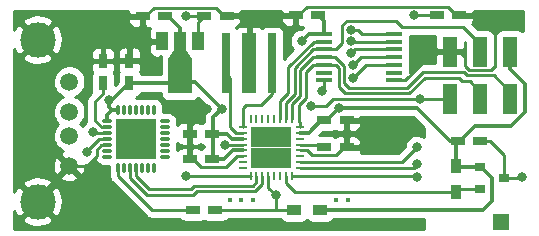
<source format=gbl>
G04 #@! TF.GenerationSoftware,KiCad,Pcbnew,no-vcs-found-44b118f~58~ubuntu16.04.1*
G04 #@! TF.CreationDate,2017-06-12T15:04:32+03:00*
G04 #@! TF.ProjectId,serial_gw_ATMEGA328P,73657269616C5F67775F41544D454741,rev?*
G04 #@! TF.FileFunction,Copper,L2,Bot,Signal*
G04 #@! TF.FilePolarity,Positive*
%FSLAX46Y46*%
G04 Gerber Fmt 4.6, Leading zero omitted, Abs format (unit mm)*
G04 Created by KiCad (PCBNEW no-vcs-found-44b118f~58~ubuntu16.04.1) date Mon Jun 12 15:04:32 2017*
%MOMM*%
%LPD*%
G01*
G04 APERTURE LIST*
%ADD10C,0.100000*%
%ADD11C,1.501140*%
%ADD12C,2.999740*%
%ADD13R,1.350000X1.350000*%
%ADD14R,0.800000X5.100000*%
%ADD15R,1.300000X5.100000*%
%ADD16R,1.200000X0.750000*%
%ADD17R,0.750000X1.200000*%
%ADD18R,1.270000X2.500000*%
%ADD19R,1.725000X1.725000*%
%ADD20R,0.250000X0.700000*%
%ADD21R,0.700000X0.250000*%
%ADD22R,1.200000X0.900000*%
%ADD23R,1.450000X0.450000*%
%ADD24C,0.749300*%
%ADD25R,1.998980X2.999740*%
%ADD26R,1.000760X1.501140*%
%ADD27R,1.675000X1.675000*%
%ADD28O,0.300000X0.850000*%
%ADD29O,0.850000X0.300000*%
%ADD30R,0.900000X1.200000*%
%ADD31R,0.900000X0.800000*%
%ADD32C,0.400000*%
%ADD33C,0.800000*%
%ADD34C,0.250000*%
%ADD35C,0.300000*%
%ADD36C,0.254000*%
G04 APERTURE END LIST*
D10*
D11*
X76207000Y-87422000D03*
X76207000Y-84882000D03*
X76207000Y-82850000D03*
X76207000Y-80310000D03*
D12*
X73540000Y-90470000D03*
X73540000Y-76754000D03*
D13*
X112776000Y-92202000D03*
D14*
X89490000Y-78740000D03*
D15*
X91440000Y-78740000D03*
D14*
X93390000Y-78740000D03*
D16*
X97282000Y-74676000D03*
X95382000Y-74676000D03*
X99690000Y-83566000D03*
X97790000Y-83566000D03*
X88326000Y-84728000D03*
X86426000Y-84728000D03*
X86426000Y-86868000D03*
X88326000Y-86868000D03*
X97790000Y-85852000D03*
X99690000Y-85852000D03*
X86680000Y-91186000D03*
X88580000Y-91186000D03*
X84328000Y-74760000D03*
X82428000Y-74760000D03*
X107320000Y-74676000D03*
X109220000Y-74676000D03*
D17*
X81310000Y-78550000D03*
X81310000Y-80450000D03*
D16*
X89530000Y-74730000D03*
X87630000Y-74730000D03*
D17*
X79070000Y-78560000D03*
X79070000Y-80460000D03*
D18*
X113498000Y-81756000D03*
X110998000Y-81756000D03*
X108458000Y-81756000D03*
X108458000Y-77756000D03*
X110998000Y-77756000D03*
X113538000Y-77756000D03*
D19*
X92456000Y-86740500D03*
X92456000Y-85015500D03*
X94181000Y-86740500D03*
X94181000Y-85015500D03*
D20*
X91568500Y-88278000D03*
X92068500Y-88278000D03*
X92568500Y-88278000D03*
X93068500Y-88278000D03*
X93568500Y-88278000D03*
X94068500Y-88278000D03*
X94568500Y-88278000D03*
X95068500Y-88278000D03*
D21*
X95718500Y-87628000D03*
X95718500Y-87128000D03*
X95718500Y-86628000D03*
X95718500Y-86128000D03*
X95718500Y-85628000D03*
X95718500Y-85128000D03*
X95718500Y-84628000D03*
X95718500Y-84128000D03*
D20*
X95068500Y-83478000D03*
X94568500Y-83478000D03*
X94068500Y-83478000D03*
X93568500Y-83478000D03*
X93068500Y-83478000D03*
X92568500Y-83478000D03*
X92068500Y-83478000D03*
X91568500Y-83478000D03*
D21*
X90918500Y-84128000D03*
X90918500Y-84628000D03*
X90918500Y-85128000D03*
X90918500Y-85628000D03*
X90918500Y-86128000D03*
X90918500Y-86628000D03*
X90918500Y-87128000D03*
X90918500Y-87628000D03*
D22*
X95250000Y-91186000D03*
X97450000Y-91186000D03*
D23*
X97790000Y-76282000D03*
X97790000Y-76932000D03*
X97790000Y-77582000D03*
X97790000Y-78232000D03*
X97790000Y-78882000D03*
X97790000Y-79532000D03*
X97790000Y-80182000D03*
X103690000Y-80182000D03*
X103690000Y-79532000D03*
X103690000Y-78882000D03*
X103690000Y-78232000D03*
X103690000Y-77582000D03*
X103690000Y-76932000D03*
X103690000Y-76282000D03*
D24*
X85598000Y-77990700D03*
D10*
G36*
X86098380Y-77616050D02*
X86598760Y-78365350D01*
X84597240Y-78365350D01*
X85097620Y-77616050D01*
X86098380Y-77616050D01*
X86098380Y-77616050D01*
G37*
D25*
X85598000Y-79839820D03*
D26*
X87099140Y-76888340D03*
X85598000Y-76888340D03*
X84096860Y-76888340D03*
D27*
X81026000Y-86003000D03*
X81026000Y-84328000D03*
X82701000Y-86003000D03*
X82701000Y-84328000D03*
D28*
X80363500Y-87615500D03*
X80863500Y-87615500D03*
X81363500Y-87615500D03*
X81863500Y-87615500D03*
X82363500Y-87615500D03*
X82863500Y-87615500D03*
X83363500Y-87615500D03*
D29*
X84313500Y-86665500D03*
X84313500Y-86165500D03*
X84313500Y-85665500D03*
X84313500Y-85165500D03*
X84313500Y-84665500D03*
X84313500Y-84165500D03*
X84313500Y-83665500D03*
D28*
X83363500Y-82715500D03*
X82863500Y-82715500D03*
X82363500Y-82715500D03*
X81863500Y-82715500D03*
X81363500Y-82715500D03*
X80863500Y-82715500D03*
X80363500Y-82715500D03*
D29*
X79413500Y-83665500D03*
X79413500Y-84165500D03*
X79413500Y-84665500D03*
X79413500Y-85165500D03*
X79413500Y-85665500D03*
X79413500Y-86165500D03*
X79413500Y-86665500D03*
D16*
X110998000Y-85344000D03*
X109098000Y-85344000D03*
D30*
X108966000Y-87462000D03*
X108966000Y-89662000D03*
D31*
X112998000Y-88458000D03*
X110998000Y-87508000D03*
X110998000Y-89408000D03*
D32*
X75790999Y-75315476D03*
X76790999Y-75315476D03*
X77790999Y-75315476D03*
X78790999Y-75315476D03*
X79790999Y-75315476D03*
X80790999Y-75315476D03*
X113790999Y-75315476D03*
X76790999Y-76315476D03*
X77790999Y-76315476D03*
X78790999Y-76315476D03*
X79790999Y-76315476D03*
X80790999Y-76315476D03*
X76790999Y-77315476D03*
X72790999Y-79315476D03*
X74790999Y-79315476D03*
X72790999Y-80315476D03*
X73790999Y-80315476D03*
X74790999Y-80315476D03*
X72790999Y-81315476D03*
X73790999Y-81315476D03*
X74790999Y-81315476D03*
X72790999Y-82315476D03*
X73790999Y-82315476D03*
X74790999Y-82315476D03*
X72790999Y-83315476D03*
X73790999Y-83315476D03*
X74790999Y-83315476D03*
X72790999Y-84315476D03*
X73790999Y-84315476D03*
X74790999Y-84315476D03*
X72790999Y-85315476D03*
X73790999Y-85315476D03*
X74790999Y-85315476D03*
X72790999Y-86315476D03*
X73790999Y-86315476D03*
X74790999Y-86315476D03*
X72790999Y-87315476D03*
X73790999Y-87315476D03*
X74790999Y-87315476D03*
X72790999Y-88315476D03*
X73790999Y-88315476D03*
X75790999Y-89315476D03*
X89790999Y-90315476D03*
X90790999Y-90315476D03*
X91790999Y-90315476D03*
X98790999Y-90315476D03*
X99790999Y-90315476D03*
X75790999Y-92315476D03*
X76790999Y-92315476D03*
X77790999Y-92315476D03*
X80790999Y-92315476D03*
X81790999Y-92315476D03*
X82790999Y-92315476D03*
X83790999Y-92315476D03*
X84790999Y-92315476D03*
X85790999Y-92315476D03*
X86790999Y-92315476D03*
X87790999Y-92315476D03*
X88790999Y-92315476D03*
X89790999Y-92315476D03*
X90790999Y-92315476D03*
X91790999Y-92315476D03*
X92790999Y-92315476D03*
X93790999Y-92315476D03*
X94790999Y-92315476D03*
X95790999Y-92315476D03*
X96790999Y-92315476D03*
X97790999Y-92315476D03*
X98790999Y-92315476D03*
X99790999Y-92315476D03*
X100790999Y-92315476D03*
X101790999Y-92315476D03*
X102790999Y-92315476D03*
X103790999Y-92315476D03*
X104790999Y-92315476D03*
X105790999Y-92315476D03*
D33*
X89442189Y-85697136D03*
X87875000Y-82650000D03*
X114554000Y-88392000D03*
X100838000Y-84836000D03*
X79600000Y-81900000D03*
X89127626Y-82603499D03*
X99060000Y-82513010D03*
X95930001Y-76861151D03*
X96700022Y-82400000D03*
X105918006Y-81788000D03*
X93726000Y-89916000D03*
X97655635Y-81087092D03*
X100064291Y-75897378D03*
X105410000Y-74701009D03*
X86101340Y-74755009D03*
X105664002Y-85852000D03*
X105700000Y-87300000D03*
X105664000Y-88392000D03*
X100095976Y-76896888D03*
X100235021Y-79964283D03*
X100226992Y-78883000D03*
X100063857Y-77896384D03*
X86075000Y-88275000D03*
X77700000Y-86300000D03*
X78225010Y-84595778D03*
D34*
X77739168Y-87422000D02*
X76207000Y-87422000D01*
X78576133Y-86056103D02*
X78576133Y-86585035D01*
X79413500Y-85665500D02*
X79388510Y-85690490D01*
X78941745Y-85690490D02*
X78576133Y-86056103D01*
X78576133Y-86585035D02*
X77739168Y-87422000D01*
X79388510Y-85690490D02*
X78941745Y-85690490D01*
X89503765Y-87568001D02*
X87351001Y-87568001D01*
X89511325Y-85628000D02*
X89442189Y-85697136D01*
X90918500Y-85628000D02*
X89511325Y-85628000D01*
X86651000Y-86868000D02*
X86426000Y-86868000D01*
X87351001Y-87568001D02*
X86651000Y-86868000D01*
X90443766Y-86628000D02*
X89503765Y-87568001D01*
X90918500Y-86628000D02*
X90443766Y-86628000D01*
X86426000Y-84099000D02*
X87875000Y-82650000D01*
X86426000Y-84728000D02*
X86426000Y-84099000D01*
X73540000Y-90470000D02*
X73540000Y-90036000D01*
X73540000Y-90036000D02*
X76154000Y-87422000D01*
X76154000Y-87422000D02*
X76207000Y-87422000D01*
X95382000Y-74676000D02*
X91440000Y-74676000D01*
X91440000Y-74676000D02*
X89584000Y-74676000D01*
X91440000Y-78740000D02*
X91440000Y-74676000D01*
X108458000Y-77756000D02*
X109252000Y-77756000D01*
X109252000Y-77756000D02*
X109728000Y-78232000D01*
X109728000Y-78232000D02*
X109728000Y-78956002D01*
X112268000Y-76200000D02*
X110744000Y-74676000D01*
X109728000Y-78956002D02*
X110102999Y-79331001D01*
X110102999Y-79331001D02*
X111893001Y-79331001D01*
X112268000Y-78956002D02*
X112268000Y-76200000D01*
X111893001Y-79331001D02*
X112268000Y-78956002D01*
X110744000Y-74676000D02*
X109220000Y-74676000D01*
X82746660Y-76888340D02*
X81607660Y-76888340D01*
X81607660Y-76888340D02*
X81310000Y-77186000D01*
X81310000Y-77186000D02*
X81310000Y-78550000D01*
X89490000Y-74770000D02*
X89530000Y-74730000D01*
X112998000Y-88458000D02*
X114488000Y-88458000D01*
X114488000Y-88458000D02*
X114554000Y-88392000D01*
X109220000Y-74676000D02*
X108995000Y-74676000D01*
X108995000Y-74676000D02*
X108294999Y-73975999D01*
X108294999Y-73975999D02*
X96307001Y-73975999D01*
X96307001Y-73975999D02*
X95607000Y-74676000D01*
X95607000Y-74676000D02*
X95382000Y-74676000D01*
X99690000Y-84836000D02*
X99690000Y-85852000D01*
X99690000Y-83566000D02*
X99690000Y-84836000D01*
X99690000Y-84836000D02*
X100838000Y-84836000D01*
X89305000Y-74730000D02*
X88604999Y-74029999D01*
X83383001Y-74029999D02*
X82653000Y-74760000D01*
X89530000Y-74730000D02*
X89305000Y-74730000D01*
X88604999Y-74029999D02*
X83383001Y-74029999D01*
X82653000Y-74760000D02*
X82428000Y-74760000D01*
X95718500Y-86128000D02*
X96318500Y-86128000D01*
X96318500Y-86128000D02*
X96742501Y-86552001D01*
X96742501Y-86552001D02*
X98764999Y-86552001D01*
X98764999Y-86552001D02*
X99465000Y-85852000D01*
X99465000Y-85852000D02*
X99690000Y-85852000D01*
X89584000Y-74676000D02*
X89530000Y-74730000D01*
X79070000Y-78560000D02*
X75346000Y-78560000D01*
X75346000Y-78560000D02*
X73540000Y-76754000D01*
X82428000Y-74760000D02*
X82428000Y-75385000D01*
X82428000Y-75385000D02*
X82746660Y-75703660D01*
X82746660Y-75703660D02*
X82746660Y-76888340D01*
X81310000Y-78550000D02*
X79080000Y-78550000D01*
X79080000Y-78550000D02*
X79070000Y-78560000D01*
X84096860Y-76888340D02*
X82746660Y-76888340D01*
X103690000Y-80182000D02*
X104665000Y-80182000D01*
X104665000Y-80182000D02*
X107091000Y-77756000D01*
X107091000Y-77756000D02*
X108458000Y-77756000D01*
X86426000Y-84728000D02*
X86426000Y-86868000D01*
X110998000Y-85344000D02*
X111848000Y-85344000D01*
X111848000Y-85344000D02*
X112998000Y-86494000D01*
X112998000Y-86494000D02*
X112998000Y-88458000D01*
D35*
X79600000Y-81900000D02*
X79860000Y-81900000D01*
X79860000Y-81900000D02*
X81310000Y-80450000D01*
X89998556Y-85128000D02*
X89598556Y-84728000D01*
X89598556Y-84728000D02*
X88326000Y-84728000D01*
X90072000Y-86128000D02*
X89332000Y-86868000D01*
X90918500Y-86128000D02*
X90072000Y-86128000D01*
X90918500Y-85128000D02*
X89998556Y-85128000D01*
X89332000Y-86868000D02*
X88326000Y-86868000D01*
X79600000Y-81900000D02*
X79600000Y-82465685D01*
X79600000Y-82465685D02*
X79844500Y-82710185D01*
X79844500Y-82710185D02*
X79844500Y-82715500D01*
X88326000Y-86868000D02*
X88375000Y-86819000D01*
X88375000Y-86819000D02*
X88375000Y-84777000D01*
X88375000Y-84777000D02*
X88326000Y-84728000D01*
X88326000Y-84728000D02*
X88551000Y-84728000D01*
X88551000Y-84728000D02*
X88425000Y-84602000D01*
X88425000Y-84602000D02*
X88425000Y-83306125D01*
X88425000Y-83306125D02*
X89127626Y-82603499D01*
X86864327Y-80340200D02*
X89127626Y-82603499D01*
X85598000Y-80340200D02*
X86864327Y-80340200D01*
X109098000Y-85344000D02*
X108458000Y-85344000D01*
X108458000Y-85344000D02*
X105627010Y-82513010D01*
X105627010Y-82513010D02*
X99060000Y-82513010D01*
X99060000Y-82521000D02*
X99060000Y-82513010D01*
X97790000Y-83566000D02*
X98015000Y-83566000D01*
X98015000Y-83566000D02*
X99060000Y-82521000D01*
X97790000Y-76282000D02*
X96509152Y-76282000D01*
X96509152Y-76282000D02*
X95930001Y-76861151D01*
X97450000Y-91186000D02*
X111252000Y-91186000D01*
X111252000Y-91186000D02*
X112014000Y-90424000D01*
X112014000Y-90424000D02*
X112014000Y-88474000D01*
X112014000Y-88474000D02*
X111048000Y-87508000D01*
X111048000Y-87508000D02*
X110998000Y-87508000D01*
X85598000Y-80340200D02*
X85598000Y-79839820D01*
X85731202Y-80340200D02*
X85598000Y-80340200D01*
X85598000Y-76888340D02*
X85598000Y-77990700D01*
X81310000Y-80450000D02*
X84987820Y-80450000D01*
X84987820Y-80450000D02*
X85598000Y-79839820D01*
X85598000Y-76888340D02*
X85598000Y-77138530D01*
X85598000Y-77138530D02*
X85598000Y-79839820D01*
X85598000Y-76888340D02*
X85598000Y-75805000D01*
X85598000Y-75805000D02*
X84553000Y-74760000D01*
X84553000Y-74760000D02*
X84328000Y-74760000D01*
X113538000Y-77756000D02*
X113538000Y-79256000D01*
X113538000Y-79256000D02*
X114808000Y-80526000D01*
X114808000Y-80526000D02*
X114808000Y-82916002D01*
X114808000Y-82916002D02*
X113650002Y-84074000D01*
X113650002Y-84074000D02*
X110593000Y-84074000D01*
X110593000Y-84074000D02*
X109323000Y-85344000D01*
X109323000Y-85344000D02*
X109098000Y-85344000D01*
X108966000Y-87462000D02*
X108966000Y-85476000D01*
X108966000Y-85476000D02*
X109098000Y-85344000D01*
X110998000Y-87508000D02*
X109012000Y-87508000D01*
X109012000Y-87508000D02*
X108966000Y-87462000D01*
X79844500Y-82715500D02*
X79413500Y-83146500D01*
X79413500Y-83146500D02*
X79413500Y-83665500D01*
X80363500Y-82715500D02*
X79844500Y-82715500D01*
X84724230Y-74760000D02*
X84328000Y-74760000D01*
X97790000Y-83566000D02*
X97565000Y-83566000D01*
X97565000Y-83566000D02*
X96503000Y-84628000D01*
X96503000Y-84628000D02*
X95718500Y-84628000D01*
X97790000Y-76282000D02*
X97790000Y-75184000D01*
X97790000Y-75184000D02*
X97282000Y-74676000D01*
D34*
X97790000Y-85852000D02*
X97566000Y-85628000D01*
X97566000Y-85628000D02*
X95718500Y-85628000D01*
X97940000Y-82400000D02*
X96700022Y-82400000D01*
X105918006Y-81788000D02*
X98552000Y-81788000D01*
X98552000Y-81788000D02*
X97940000Y-82400000D01*
X92456000Y-91186000D02*
X93726000Y-91186000D01*
X93726000Y-91186000D02*
X93726000Y-89916000D01*
X93068500Y-88278000D02*
X93068500Y-89268500D01*
X93068500Y-89268500D02*
X93716000Y-89916000D01*
X93716000Y-89916000D02*
X93726000Y-89916000D01*
X95250000Y-91186000D02*
X92456000Y-91186000D01*
X88580000Y-91186000D02*
X92456000Y-91186000D01*
X108458000Y-81756000D02*
X105950006Y-81756000D01*
X105950006Y-81756000D02*
X105918006Y-81788000D01*
X86680000Y-91186000D02*
X83259000Y-91186000D01*
X83259000Y-91186000D02*
X80363500Y-88290500D01*
X80363500Y-88290500D02*
X80363500Y-87615500D01*
X97790000Y-80182000D02*
X97790000Y-80952727D01*
X97790000Y-80952727D02*
X97655635Y-81087092D01*
X100629976Y-75897378D02*
X100064291Y-75897378D01*
X101014598Y-76282000D02*
X100629976Y-75897378D01*
X103690000Y-76282000D02*
X101014598Y-76282000D01*
X87099140Y-76888340D02*
X87099140Y-75260860D01*
X87099140Y-75260860D02*
X87630000Y-74730000D01*
X107320000Y-74676000D02*
X105435009Y-74676000D01*
X105435009Y-74676000D02*
X105410000Y-74701009D01*
X87630000Y-74730000D02*
X86126349Y-74730000D01*
X86126349Y-74730000D02*
X86101340Y-74755009D01*
X79413500Y-84165500D02*
X78966735Y-84165500D01*
X79070000Y-81310000D02*
X79070000Y-80460000D01*
X78400000Y-83598765D02*
X78400000Y-81980000D01*
X78966735Y-84165500D02*
X78400000Y-83598765D01*
X78400000Y-81980000D02*
X79070000Y-81310000D01*
X95792023Y-81498564D02*
X95068500Y-82222087D01*
X95792023Y-79316366D02*
X95792023Y-81498564D01*
X95068500Y-82222087D02*
X95068500Y-83478000D01*
X97790000Y-78232000D02*
X96876389Y-78232000D01*
X96876389Y-78232000D02*
X95792023Y-79316366D01*
X104818022Y-80855978D02*
X106172000Y-79502000D01*
X112138012Y-79781012D02*
X113498000Y-81141000D01*
X98751411Y-78232000D02*
X99510011Y-78990600D01*
X109916599Y-79781012D02*
X112138012Y-79781012D01*
X106172000Y-79502000D02*
X109637587Y-79502000D01*
X99905978Y-80855978D02*
X104818022Y-80855978D01*
X99510011Y-80460011D02*
X99905978Y-80855978D01*
X99510011Y-78990600D02*
X99510011Y-80460011D01*
X97790000Y-78232000D02*
X98751411Y-78232000D01*
X109637587Y-79502000D02*
X109916599Y-79781012D01*
X113498000Y-81141000D02*
X113498000Y-81756000D01*
X96242034Y-79502766D02*
X96242034Y-81684964D01*
X95674999Y-82251999D02*
X95674999Y-83709499D01*
X95718500Y-83753000D02*
X95718500Y-84128000D01*
X95674999Y-83709499D02*
X95718500Y-83753000D01*
X97790000Y-78882000D02*
X96862800Y-78882000D01*
X96862800Y-78882000D02*
X96242034Y-79502766D01*
X96242034Y-81684964D02*
X95674999Y-82251999D01*
X99060000Y-79177000D02*
X99060000Y-80772000D01*
X109498000Y-80256000D02*
X110113000Y-80256000D01*
X98765000Y-78882000D02*
X99060000Y-79177000D01*
X106300411Y-80010000D02*
X109252000Y-80010000D01*
X97790000Y-78882000D02*
X98765000Y-78882000D01*
X99060000Y-80772000D02*
X99593989Y-81305989D01*
X99593989Y-81305989D02*
X105004422Y-81305989D01*
X105004422Y-81305989D02*
X106300411Y-80010000D01*
X109252000Y-80010000D02*
X109498000Y-80256000D01*
X110113000Y-80256000D02*
X110998000Y-81141000D01*
X110998000Y-81141000D02*
X110998000Y-81756000D01*
X95342012Y-79129966D02*
X96889980Y-77582000D01*
X96889980Y-77582000D02*
X97790000Y-77582000D01*
X95342012Y-81312165D02*
X95342012Y-79129966D01*
X94568500Y-82085677D02*
X95342012Y-81312165D01*
X94568500Y-83478000D02*
X94568500Y-82085677D01*
X110998000Y-77141000D02*
X110998000Y-77756000D01*
X109549000Y-75692000D02*
X110998000Y-77141000D01*
X103874377Y-75172377D02*
X104394000Y-75692000D01*
X99339290Y-75549377D02*
X99716290Y-75172377D01*
X98765000Y-77582000D02*
X99339290Y-77007710D01*
X104394000Y-75692000D02*
X109549000Y-75692000D01*
X99339290Y-77007710D02*
X99339290Y-75549377D01*
X99716290Y-75172377D02*
X103874377Y-75172377D01*
X97790000Y-77582000D02*
X98765000Y-77582000D01*
X76246000Y-84882000D02*
X76207000Y-84882000D01*
X76529500Y-85165500D02*
X76246000Y-84882000D01*
X104388002Y-87128000D02*
X105664002Y-85852000D01*
X95718500Y-87128000D02*
X104388002Y-87128000D01*
X95718500Y-87628000D02*
X105372000Y-87628000D01*
X105372000Y-87628000D02*
X105700000Y-87300000D01*
X105550000Y-88278000D02*
X105664000Y-88392000D01*
X95068500Y-88278000D02*
X105550000Y-88278000D01*
X103690000Y-76932000D02*
X100131088Y-76932000D01*
X100131088Y-76932000D02*
X100095976Y-76896888D01*
X101317304Y-78882000D02*
X100235021Y-79964283D01*
X103690000Y-78882000D02*
X101317304Y-78882000D01*
X103690000Y-78232000D02*
X100877992Y-78232000D01*
X100877992Y-78232000D02*
X100226992Y-78883000D01*
X103690000Y-77582000D02*
X100378241Y-77582000D01*
X100378241Y-77582000D02*
X100063857Y-77896384D01*
X81363500Y-88426911D02*
X82811602Y-89875013D01*
X86734402Y-89875013D02*
X87005403Y-89604011D01*
X81363500Y-87615500D02*
X81363500Y-88426911D01*
X87005403Y-89604011D02*
X91938902Y-89604011D01*
X82811602Y-89875013D02*
X86734402Y-89875013D01*
X91938902Y-89604011D02*
X92568500Y-88974413D01*
X92568500Y-88974413D02*
X92568500Y-88278000D01*
X91752502Y-89154000D02*
X86819004Y-89154000D01*
X82998002Y-89425002D02*
X81863500Y-88290500D01*
X86819004Y-89154000D02*
X86548002Y-89425002D01*
X92068500Y-88838002D02*
X91752502Y-89154000D01*
X92068500Y-88278000D02*
X92068500Y-88838002D01*
X86548002Y-89425002D02*
X82998002Y-89425002D01*
X81863500Y-88290500D02*
X81863500Y-87615500D01*
X90918500Y-84128000D02*
X90918500Y-82563500D01*
X90918500Y-82563500D02*
X91186000Y-82296000D01*
X91186000Y-82296000D02*
X92456000Y-82296000D01*
X92456000Y-82296000D02*
X93390000Y-81362000D01*
X93390000Y-81362000D02*
X93390000Y-78740000D01*
X89852627Y-79978637D02*
X89490000Y-79616010D01*
X90918500Y-84628000D02*
X90358498Y-84628000D01*
X89852627Y-84122129D02*
X89852627Y-79978637D01*
X90358498Y-84628000D02*
X89852627Y-84122129D01*
X89490000Y-79166000D02*
X89490000Y-78740000D01*
X108966000Y-89662000D02*
X95352500Y-89662000D01*
X95352500Y-89662000D02*
X94568500Y-88878000D01*
X94568500Y-88878000D02*
X94568500Y-88278000D01*
X110998000Y-89408000D02*
X109220000Y-89408000D01*
X109220000Y-89408000D02*
X108966000Y-89662000D01*
X86078000Y-88278000D02*
X86075000Y-88275000D01*
X91568500Y-88278000D02*
X86078000Y-88278000D01*
X94742000Y-79093569D02*
X96903569Y-76932000D01*
X94742000Y-81275766D02*
X94742000Y-79093569D01*
X96903569Y-76932000D02*
X97790000Y-76932000D01*
X94068500Y-81949266D02*
X94742000Y-81275766D01*
X94068500Y-83478000D02*
X94068500Y-81949266D01*
X78738500Y-85165500D02*
X77700000Y-86204000D01*
X79413500Y-85165500D02*
X78738500Y-85165500D01*
X77700000Y-86204000D02*
X77700000Y-86300000D01*
X78294732Y-84665500D02*
X78225010Y-84595778D01*
X79413500Y-84665500D02*
X78294732Y-84665500D01*
D36*
G36*
X81201000Y-74480250D02*
X81357750Y-74637000D01*
X82305000Y-74637000D01*
X82305000Y-74617000D01*
X82551000Y-74617000D01*
X82551000Y-74637000D01*
X82571000Y-74637000D01*
X82571000Y-74883000D01*
X82551000Y-74883000D01*
X82551000Y-75605250D01*
X82707750Y-75762000D01*
X83089754Y-75762000D01*
X83094045Y-75761146D01*
X83040840Y-75840774D01*
X82993575Y-75954881D01*
X82969480Y-76076016D01*
X82969480Y-76608590D01*
X83126230Y-76765340D01*
X83973860Y-76765340D01*
X83973860Y-76745340D01*
X84219860Y-76745340D01*
X84219860Y-76765340D01*
X84239860Y-76765340D01*
X84239860Y-77011340D01*
X84219860Y-77011340D01*
X84219860Y-77031340D01*
X83973860Y-77031340D01*
X83973860Y-77011340D01*
X83126230Y-77011340D01*
X82969480Y-77168090D01*
X82969480Y-77700664D01*
X82993575Y-77821799D01*
X83040840Y-77935906D01*
X83109457Y-78038599D01*
X83196791Y-78125933D01*
X83299484Y-78194550D01*
X83413591Y-78241815D01*
X83534726Y-78265910D01*
X83817110Y-78265910D01*
X83973858Y-78109162D01*
X83973858Y-78265910D01*
X83975769Y-78265910D01*
X83968477Y-78339950D01*
X83968477Y-78352456D01*
X83967207Y-78365350D01*
X83968477Y-78378244D01*
X83968477Y-79673000D01*
X82286520Y-79673000D01*
X82267075Y-79608897D01*
X82208853Y-79499972D01*
X82206863Y-79497547D01*
X82240640Y-79446996D01*
X82287905Y-79332889D01*
X82312000Y-79211754D01*
X82312000Y-78829750D01*
X82155250Y-78673000D01*
X81433000Y-78673000D01*
X81433000Y-78693000D01*
X81187000Y-78693000D01*
X81187000Y-78673000D01*
X80464750Y-78673000D01*
X80308000Y-78829750D01*
X80308000Y-79211754D01*
X80332095Y-79332889D01*
X80379360Y-79446996D01*
X80413137Y-79497547D01*
X80411147Y-79499972D01*
X80352925Y-79608897D01*
X80317073Y-79727087D01*
X80304967Y-79850000D01*
X80304967Y-80356189D01*
X80075033Y-80586123D01*
X80075033Y-79860000D01*
X80062927Y-79737087D01*
X80027075Y-79618897D01*
X79968853Y-79509972D01*
X79966863Y-79507547D01*
X80000640Y-79456996D01*
X80047905Y-79342889D01*
X80072000Y-79221754D01*
X80072000Y-78839750D01*
X79915250Y-78683000D01*
X79193000Y-78683000D01*
X79193000Y-78703000D01*
X78947000Y-78703000D01*
X78947000Y-78683000D01*
X78224750Y-78683000D01*
X78068000Y-78839750D01*
X78068000Y-79221754D01*
X78092095Y-79342889D01*
X78139360Y-79456996D01*
X78173137Y-79507547D01*
X78171147Y-79509972D01*
X78112925Y-79618897D01*
X78077073Y-79737087D01*
X78064967Y-79860000D01*
X78064967Y-81060000D01*
X78077073Y-81182913D01*
X78090229Y-81226283D01*
X77868256Y-81448256D01*
X77824174Y-81501922D01*
X77779515Y-81555145D01*
X77777610Y-81558611D01*
X77775100Y-81561666D01*
X77742280Y-81622875D01*
X77708810Y-81683756D01*
X77707614Y-81687526D01*
X77705746Y-81691010D01*
X77685438Y-81757434D01*
X77664433Y-81823650D01*
X77663992Y-81827579D01*
X77662836Y-81831361D01*
X77655820Y-81900439D01*
X77648073Y-81969500D01*
X77648019Y-81977235D01*
X77648005Y-81977375D01*
X77648017Y-81977506D01*
X77648000Y-81980000D01*
X77648000Y-83598765D01*
X77654778Y-83667891D01*
X77660833Y-83737096D01*
X77660948Y-83737490D01*
X77578374Y-83791525D01*
X77434476Y-83932441D01*
X77330742Y-84083940D01*
X77279705Y-84007123D01*
X77138687Y-83865117D01*
X77254859Y-83754488D01*
X77410585Y-83533732D01*
X77520467Y-83286932D01*
X77580320Y-83023491D01*
X77584629Y-82714922D01*
X77532155Y-82449912D01*
X77429207Y-82200141D01*
X77279705Y-81975123D01*
X77089345Y-81783429D01*
X76865376Y-81632360D01*
X76741528Y-81580299D01*
X76831120Y-81545549D01*
X77059220Y-81400792D01*
X77254859Y-81214488D01*
X77410585Y-80993732D01*
X77520467Y-80746932D01*
X77580320Y-80483491D01*
X77584629Y-80174922D01*
X77532155Y-79909912D01*
X77429207Y-79660141D01*
X77279705Y-79435123D01*
X77089345Y-79243429D01*
X76865376Y-79092360D01*
X76616329Y-78987670D01*
X76351692Y-78933348D01*
X76081543Y-78931462D01*
X75816173Y-78982084D01*
X75565689Y-79083286D01*
X75339633Y-79231213D01*
X75146614Y-79420231D01*
X74993986Y-79643140D01*
X74887560Y-79891449D01*
X74831392Y-80155701D01*
X74827620Y-80425830D01*
X74876388Y-80691547D01*
X74975839Y-80942731D01*
X75122184Y-81169814D01*
X75309850Y-81364148D01*
X75531688Y-81518329D01*
X75672836Y-81579996D01*
X75565689Y-81623286D01*
X75339633Y-81771213D01*
X75146614Y-81960231D01*
X74993986Y-82183140D01*
X74887560Y-82431449D01*
X74831392Y-82695701D01*
X74827620Y-82965830D01*
X74876388Y-83231547D01*
X74975839Y-83482731D01*
X75122184Y-83709814D01*
X75274229Y-83867261D01*
X75146614Y-83992231D01*
X74993986Y-84215140D01*
X74887560Y-84463449D01*
X74831392Y-84727701D01*
X74827620Y-84997830D01*
X74876388Y-85263547D01*
X74975839Y-85514731D01*
X75122184Y-85741814D01*
X75309850Y-85936148D01*
X75531688Y-86090329D01*
X75670427Y-86150943D01*
X75614391Y-86171032D01*
X75496095Y-86234263D01*
X75430380Y-86471431D01*
X76207000Y-87248052D01*
X76221143Y-87233910D01*
X76395091Y-87407858D01*
X76380948Y-87422000D01*
X77157569Y-88198620D01*
X77394737Y-88132905D01*
X77510606Y-87887530D01*
X77576378Y-87624264D01*
X77589525Y-87353225D01*
X77585301Y-87324867D01*
X77779172Y-87328928D01*
X77977517Y-87293954D01*
X78165292Y-87221121D01*
X78335344Y-87113203D01*
X78441850Y-87011778D01*
X78483244Y-87090957D01*
X78578265Y-87209138D01*
X78694431Y-87306613D01*
X78827317Y-87379668D01*
X78971863Y-87425521D01*
X79122561Y-87442424D01*
X79133410Y-87442500D01*
X79586500Y-87442500D01*
X79586500Y-87895590D01*
X79601298Y-88046510D01*
X79611500Y-88080301D01*
X79611500Y-88290500D01*
X79618278Y-88359626D01*
X79624333Y-88428831D01*
X79625436Y-88432628D01*
X79625822Y-88436564D01*
X79645909Y-88503095D01*
X79665279Y-88569769D01*
X79667097Y-88573277D01*
X79668241Y-88577065D01*
X79700854Y-88638401D01*
X79732819Y-88700068D01*
X79735287Y-88703160D01*
X79737143Y-88706650D01*
X79781031Y-88760462D01*
X79824383Y-88814768D01*
X79829809Y-88820270D01*
X79829903Y-88820385D01*
X79830010Y-88820473D01*
X79831756Y-88822244D01*
X82727255Y-91717744D01*
X82780968Y-91761865D01*
X82834145Y-91806485D01*
X82837607Y-91808389D01*
X82840665Y-91810900D01*
X82901914Y-91843742D01*
X82962756Y-91877190D01*
X82966524Y-91878385D01*
X82970009Y-91880254D01*
X83036448Y-91900566D01*
X83102650Y-91921567D01*
X83106579Y-91922008D01*
X83110361Y-91923164D01*
X83179439Y-91930180D01*
X83248500Y-91937927D01*
X83256235Y-91937981D01*
X83256375Y-91937995D01*
X83256506Y-91937983D01*
X83259000Y-91938000D01*
X85578282Y-91938000D01*
X85634499Y-92006501D01*
X85729972Y-92084853D01*
X85838897Y-92143075D01*
X85957087Y-92178927D01*
X86080000Y-92191033D01*
X87280000Y-92191033D01*
X87402913Y-92178927D01*
X87521103Y-92143075D01*
X87630000Y-92084868D01*
X87738897Y-92143075D01*
X87857087Y-92178927D01*
X87980000Y-92191033D01*
X89180000Y-92191033D01*
X89302913Y-92178927D01*
X89421103Y-92143075D01*
X89530028Y-92084853D01*
X89625501Y-92006501D01*
X89681718Y-91938000D01*
X94100475Y-91938000D01*
X94126147Y-91986028D01*
X94204499Y-92081501D01*
X94299972Y-92159853D01*
X94408897Y-92218075D01*
X94527087Y-92253927D01*
X94650000Y-92266033D01*
X95850000Y-92266033D01*
X95972913Y-92253927D01*
X96091103Y-92218075D01*
X96200028Y-92159853D01*
X96295501Y-92081501D01*
X96350000Y-92015093D01*
X96404499Y-92081501D01*
X96499972Y-92159853D01*
X96608897Y-92218075D01*
X96727087Y-92253927D01*
X96850000Y-92266033D01*
X98050000Y-92266033D01*
X98172913Y-92253927D01*
X98291103Y-92218075D01*
X98400028Y-92159853D01*
X98495501Y-92081501D01*
X98573853Y-91986028D01*
X98586162Y-91963000D01*
X106273000Y-91963000D01*
X106273000Y-92770000D01*
X71568000Y-92770000D01*
X71568000Y-91954633D01*
X72229315Y-91954633D01*
X72385399Y-92268431D01*
X72758441Y-92459126D01*
X73161518Y-92573380D01*
X73579139Y-92606802D01*
X73995257Y-92558109D01*
X74393879Y-92429170D01*
X74694601Y-92268431D01*
X74850685Y-91954633D01*
X73540000Y-90643948D01*
X72229315Y-91954633D01*
X71568000Y-91954633D01*
X71568000Y-91284214D01*
X71580830Y-91323879D01*
X71741569Y-91624601D01*
X72055367Y-91780685D01*
X73366052Y-90470000D01*
X73713948Y-90470000D01*
X75024633Y-91780685D01*
X75338431Y-91624601D01*
X75529126Y-91251559D01*
X75643380Y-90848482D01*
X75676802Y-90430861D01*
X75628109Y-90014743D01*
X75499170Y-89616121D01*
X75338431Y-89315399D01*
X75024633Y-89159315D01*
X73713948Y-90470000D01*
X73366052Y-90470000D01*
X72055367Y-89159315D01*
X71741569Y-89315399D01*
X71568000Y-89654939D01*
X71568000Y-88985367D01*
X72229315Y-88985367D01*
X73540000Y-90296052D01*
X74850685Y-88985367D01*
X74694601Y-88671569D01*
X74321559Y-88480874D01*
X73939470Y-88372569D01*
X75430380Y-88372569D01*
X75496095Y-88609737D01*
X75741470Y-88725606D01*
X76004736Y-88791378D01*
X76275775Y-88804525D01*
X76544170Y-88764543D01*
X76799609Y-88672968D01*
X76917905Y-88609737D01*
X76983620Y-88372569D01*
X76207000Y-87595948D01*
X75430380Y-88372569D01*
X73939470Y-88372569D01*
X73918482Y-88366620D01*
X73500861Y-88333198D01*
X73084743Y-88381891D01*
X72686121Y-88510830D01*
X72385399Y-88671569D01*
X72229315Y-88985367D01*
X71568000Y-88985367D01*
X71568000Y-87490775D01*
X74824475Y-87490775D01*
X74864457Y-87759170D01*
X74956032Y-88014609D01*
X75019263Y-88132905D01*
X75256431Y-88198620D01*
X76033052Y-87422000D01*
X75256431Y-86645380D01*
X75019263Y-86711095D01*
X74903394Y-86956470D01*
X74837622Y-87219736D01*
X74824475Y-87490775D01*
X71568000Y-87490775D01*
X71568000Y-78238633D01*
X72229315Y-78238633D01*
X72385399Y-78552431D01*
X72758441Y-78743126D01*
X73161518Y-78857380D01*
X73579139Y-78890802D01*
X73995257Y-78842109D01*
X74393879Y-78713170D01*
X74694601Y-78552431D01*
X74850685Y-78238633D01*
X73540000Y-76927948D01*
X72229315Y-78238633D01*
X71568000Y-78238633D01*
X71568000Y-77568214D01*
X71580830Y-77607879D01*
X71741569Y-77908601D01*
X72055367Y-78064685D01*
X73366052Y-76754000D01*
X73713948Y-76754000D01*
X75024633Y-78064685D01*
X75338431Y-77908601D01*
X75343724Y-77898246D01*
X78068000Y-77898246D01*
X78068000Y-78280250D01*
X78224750Y-78437000D01*
X78947000Y-78437000D01*
X78947000Y-77489750D01*
X79193000Y-77489750D01*
X79193000Y-78437000D01*
X79915250Y-78437000D01*
X80072000Y-78280250D01*
X80072000Y-77898246D01*
X80070011Y-77888246D01*
X80308000Y-77888246D01*
X80308000Y-78270250D01*
X80464750Y-78427000D01*
X81187000Y-78427000D01*
X81187000Y-77479750D01*
X81433000Y-77479750D01*
X81433000Y-78427000D01*
X82155250Y-78427000D01*
X82312000Y-78270250D01*
X82312000Y-77888246D01*
X82287905Y-77767111D01*
X82240640Y-77653004D01*
X82172023Y-77550311D01*
X82084689Y-77462977D01*
X81981996Y-77394360D01*
X81867889Y-77347095D01*
X81746754Y-77323000D01*
X81589750Y-77323000D01*
X81433000Y-77479750D01*
X81187000Y-77479750D01*
X81030250Y-77323000D01*
X80873246Y-77323000D01*
X80752111Y-77347095D01*
X80638004Y-77394360D01*
X80535311Y-77462977D01*
X80447977Y-77550311D01*
X80379360Y-77653004D01*
X80332095Y-77767111D01*
X80308000Y-77888246D01*
X80070011Y-77888246D01*
X80047905Y-77777111D01*
X80000640Y-77663004D01*
X79932023Y-77560311D01*
X79844689Y-77472977D01*
X79741996Y-77404360D01*
X79627889Y-77357095D01*
X79506754Y-77333000D01*
X79349750Y-77333000D01*
X79193000Y-77489750D01*
X78947000Y-77489750D01*
X78790250Y-77333000D01*
X78633246Y-77333000D01*
X78512111Y-77357095D01*
X78398004Y-77404360D01*
X78295311Y-77472977D01*
X78207977Y-77560311D01*
X78139360Y-77663004D01*
X78092095Y-77777111D01*
X78068000Y-77898246D01*
X75343724Y-77898246D01*
X75529126Y-77535559D01*
X75643380Y-77132482D01*
X75676802Y-76714861D01*
X75628109Y-76298743D01*
X75499170Y-75900121D01*
X75338431Y-75599399D01*
X75024633Y-75443315D01*
X73713948Y-76754000D01*
X73366052Y-76754000D01*
X72055367Y-75443315D01*
X71741569Y-75599399D01*
X71568000Y-75938939D01*
X71568000Y-75269367D01*
X72229315Y-75269367D01*
X73540000Y-76580052D01*
X74850685Y-75269367D01*
X74736473Y-75039750D01*
X81201000Y-75039750D01*
X81201000Y-75196754D01*
X81225095Y-75317889D01*
X81272360Y-75431996D01*
X81340977Y-75534689D01*
X81428311Y-75622023D01*
X81531004Y-75690640D01*
X81645111Y-75737905D01*
X81766246Y-75762000D01*
X82148250Y-75762000D01*
X82305000Y-75605250D01*
X82305000Y-74883000D01*
X81357750Y-74883000D01*
X81201000Y-75039750D01*
X74736473Y-75039750D01*
X74694601Y-74955569D01*
X74321559Y-74764874D01*
X73918482Y-74650620D01*
X73500861Y-74617198D01*
X73084743Y-74665891D01*
X72686121Y-74794830D01*
X72385399Y-74955569D01*
X72229315Y-75269367D01*
X71568000Y-75269367D01*
X71568000Y-74362000D01*
X81201000Y-74362000D01*
X81201000Y-74480250D01*
X81201000Y-74480250D01*
G37*
X81201000Y-74480250D02*
X81357750Y-74637000D01*
X82305000Y-74637000D01*
X82305000Y-74617000D01*
X82551000Y-74617000D01*
X82551000Y-74637000D01*
X82571000Y-74637000D01*
X82571000Y-74883000D01*
X82551000Y-74883000D01*
X82551000Y-75605250D01*
X82707750Y-75762000D01*
X83089754Y-75762000D01*
X83094045Y-75761146D01*
X83040840Y-75840774D01*
X82993575Y-75954881D01*
X82969480Y-76076016D01*
X82969480Y-76608590D01*
X83126230Y-76765340D01*
X83973860Y-76765340D01*
X83973860Y-76745340D01*
X84219860Y-76745340D01*
X84219860Y-76765340D01*
X84239860Y-76765340D01*
X84239860Y-77011340D01*
X84219860Y-77011340D01*
X84219860Y-77031340D01*
X83973860Y-77031340D01*
X83973860Y-77011340D01*
X83126230Y-77011340D01*
X82969480Y-77168090D01*
X82969480Y-77700664D01*
X82993575Y-77821799D01*
X83040840Y-77935906D01*
X83109457Y-78038599D01*
X83196791Y-78125933D01*
X83299484Y-78194550D01*
X83413591Y-78241815D01*
X83534726Y-78265910D01*
X83817110Y-78265910D01*
X83973858Y-78109162D01*
X83973858Y-78265910D01*
X83975769Y-78265910D01*
X83968477Y-78339950D01*
X83968477Y-78352456D01*
X83967207Y-78365350D01*
X83968477Y-78378244D01*
X83968477Y-79673000D01*
X82286520Y-79673000D01*
X82267075Y-79608897D01*
X82208853Y-79499972D01*
X82206863Y-79497547D01*
X82240640Y-79446996D01*
X82287905Y-79332889D01*
X82312000Y-79211754D01*
X82312000Y-78829750D01*
X82155250Y-78673000D01*
X81433000Y-78673000D01*
X81433000Y-78693000D01*
X81187000Y-78693000D01*
X81187000Y-78673000D01*
X80464750Y-78673000D01*
X80308000Y-78829750D01*
X80308000Y-79211754D01*
X80332095Y-79332889D01*
X80379360Y-79446996D01*
X80413137Y-79497547D01*
X80411147Y-79499972D01*
X80352925Y-79608897D01*
X80317073Y-79727087D01*
X80304967Y-79850000D01*
X80304967Y-80356189D01*
X80075033Y-80586123D01*
X80075033Y-79860000D01*
X80062927Y-79737087D01*
X80027075Y-79618897D01*
X79968853Y-79509972D01*
X79966863Y-79507547D01*
X80000640Y-79456996D01*
X80047905Y-79342889D01*
X80072000Y-79221754D01*
X80072000Y-78839750D01*
X79915250Y-78683000D01*
X79193000Y-78683000D01*
X79193000Y-78703000D01*
X78947000Y-78703000D01*
X78947000Y-78683000D01*
X78224750Y-78683000D01*
X78068000Y-78839750D01*
X78068000Y-79221754D01*
X78092095Y-79342889D01*
X78139360Y-79456996D01*
X78173137Y-79507547D01*
X78171147Y-79509972D01*
X78112925Y-79618897D01*
X78077073Y-79737087D01*
X78064967Y-79860000D01*
X78064967Y-81060000D01*
X78077073Y-81182913D01*
X78090229Y-81226283D01*
X77868256Y-81448256D01*
X77824174Y-81501922D01*
X77779515Y-81555145D01*
X77777610Y-81558611D01*
X77775100Y-81561666D01*
X77742280Y-81622875D01*
X77708810Y-81683756D01*
X77707614Y-81687526D01*
X77705746Y-81691010D01*
X77685438Y-81757434D01*
X77664433Y-81823650D01*
X77663992Y-81827579D01*
X77662836Y-81831361D01*
X77655820Y-81900439D01*
X77648073Y-81969500D01*
X77648019Y-81977235D01*
X77648005Y-81977375D01*
X77648017Y-81977506D01*
X77648000Y-81980000D01*
X77648000Y-83598765D01*
X77654778Y-83667891D01*
X77660833Y-83737096D01*
X77660948Y-83737490D01*
X77578374Y-83791525D01*
X77434476Y-83932441D01*
X77330742Y-84083940D01*
X77279705Y-84007123D01*
X77138687Y-83865117D01*
X77254859Y-83754488D01*
X77410585Y-83533732D01*
X77520467Y-83286932D01*
X77580320Y-83023491D01*
X77584629Y-82714922D01*
X77532155Y-82449912D01*
X77429207Y-82200141D01*
X77279705Y-81975123D01*
X77089345Y-81783429D01*
X76865376Y-81632360D01*
X76741528Y-81580299D01*
X76831120Y-81545549D01*
X77059220Y-81400792D01*
X77254859Y-81214488D01*
X77410585Y-80993732D01*
X77520467Y-80746932D01*
X77580320Y-80483491D01*
X77584629Y-80174922D01*
X77532155Y-79909912D01*
X77429207Y-79660141D01*
X77279705Y-79435123D01*
X77089345Y-79243429D01*
X76865376Y-79092360D01*
X76616329Y-78987670D01*
X76351692Y-78933348D01*
X76081543Y-78931462D01*
X75816173Y-78982084D01*
X75565689Y-79083286D01*
X75339633Y-79231213D01*
X75146614Y-79420231D01*
X74993986Y-79643140D01*
X74887560Y-79891449D01*
X74831392Y-80155701D01*
X74827620Y-80425830D01*
X74876388Y-80691547D01*
X74975839Y-80942731D01*
X75122184Y-81169814D01*
X75309850Y-81364148D01*
X75531688Y-81518329D01*
X75672836Y-81579996D01*
X75565689Y-81623286D01*
X75339633Y-81771213D01*
X75146614Y-81960231D01*
X74993986Y-82183140D01*
X74887560Y-82431449D01*
X74831392Y-82695701D01*
X74827620Y-82965830D01*
X74876388Y-83231547D01*
X74975839Y-83482731D01*
X75122184Y-83709814D01*
X75274229Y-83867261D01*
X75146614Y-83992231D01*
X74993986Y-84215140D01*
X74887560Y-84463449D01*
X74831392Y-84727701D01*
X74827620Y-84997830D01*
X74876388Y-85263547D01*
X74975839Y-85514731D01*
X75122184Y-85741814D01*
X75309850Y-85936148D01*
X75531688Y-86090329D01*
X75670427Y-86150943D01*
X75614391Y-86171032D01*
X75496095Y-86234263D01*
X75430380Y-86471431D01*
X76207000Y-87248052D01*
X76221143Y-87233910D01*
X76395091Y-87407858D01*
X76380948Y-87422000D01*
X77157569Y-88198620D01*
X77394737Y-88132905D01*
X77510606Y-87887530D01*
X77576378Y-87624264D01*
X77589525Y-87353225D01*
X77585301Y-87324867D01*
X77779172Y-87328928D01*
X77977517Y-87293954D01*
X78165292Y-87221121D01*
X78335344Y-87113203D01*
X78441850Y-87011778D01*
X78483244Y-87090957D01*
X78578265Y-87209138D01*
X78694431Y-87306613D01*
X78827317Y-87379668D01*
X78971863Y-87425521D01*
X79122561Y-87442424D01*
X79133410Y-87442500D01*
X79586500Y-87442500D01*
X79586500Y-87895590D01*
X79601298Y-88046510D01*
X79611500Y-88080301D01*
X79611500Y-88290500D01*
X79618278Y-88359626D01*
X79624333Y-88428831D01*
X79625436Y-88432628D01*
X79625822Y-88436564D01*
X79645909Y-88503095D01*
X79665279Y-88569769D01*
X79667097Y-88573277D01*
X79668241Y-88577065D01*
X79700854Y-88638401D01*
X79732819Y-88700068D01*
X79735287Y-88703160D01*
X79737143Y-88706650D01*
X79781031Y-88760462D01*
X79824383Y-88814768D01*
X79829809Y-88820270D01*
X79829903Y-88820385D01*
X79830010Y-88820473D01*
X79831756Y-88822244D01*
X82727255Y-91717744D01*
X82780968Y-91761865D01*
X82834145Y-91806485D01*
X82837607Y-91808389D01*
X82840665Y-91810900D01*
X82901914Y-91843742D01*
X82962756Y-91877190D01*
X82966524Y-91878385D01*
X82970009Y-91880254D01*
X83036448Y-91900566D01*
X83102650Y-91921567D01*
X83106579Y-91922008D01*
X83110361Y-91923164D01*
X83179439Y-91930180D01*
X83248500Y-91937927D01*
X83256235Y-91937981D01*
X83256375Y-91937995D01*
X83256506Y-91937983D01*
X83259000Y-91938000D01*
X85578282Y-91938000D01*
X85634499Y-92006501D01*
X85729972Y-92084853D01*
X85838897Y-92143075D01*
X85957087Y-92178927D01*
X86080000Y-92191033D01*
X87280000Y-92191033D01*
X87402913Y-92178927D01*
X87521103Y-92143075D01*
X87630000Y-92084868D01*
X87738897Y-92143075D01*
X87857087Y-92178927D01*
X87980000Y-92191033D01*
X89180000Y-92191033D01*
X89302913Y-92178927D01*
X89421103Y-92143075D01*
X89530028Y-92084853D01*
X89625501Y-92006501D01*
X89681718Y-91938000D01*
X94100475Y-91938000D01*
X94126147Y-91986028D01*
X94204499Y-92081501D01*
X94299972Y-92159853D01*
X94408897Y-92218075D01*
X94527087Y-92253927D01*
X94650000Y-92266033D01*
X95850000Y-92266033D01*
X95972913Y-92253927D01*
X96091103Y-92218075D01*
X96200028Y-92159853D01*
X96295501Y-92081501D01*
X96350000Y-92015093D01*
X96404499Y-92081501D01*
X96499972Y-92159853D01*
X96608897Y-92218075D01*
X96727087Y-92253927D01*
X96850000Y-92266033D01*
X98050000Y-92266033D01*
X98172913Y-92253927D01*
X98291103Y-92218075D01*
X98400028Y-92159853D01*
X98495501Y-92081501D01*
X98573853Y-91986028D01*
X98586162Y-91963000D01*
X106273000Y-91963000D01*
X106273000Y-92770000D01*
X71568000Y-92770000D01*
X71568000Y-91954633D01*
X72229315Y-91954633D01*
X72385399Y-92268431D01*
X72758441Y-92459126D01*
X73161518Y-92573380D01*
X73579139Y-92606802D01*
X73995257Y-92558109D01*
X74393879Y-92429170D01*
X74694601Y-92268431D01*
X74850685Y-91954633D01*
X73540000Y-90643948D01*
X72229315Y-91954633D01*
X71568000Y-91954633D01*
X71568000Y-91284214D01*
X71580830Y-91323879D01*
X71741569Y-91624601D01*
X72055367Y-91780685D01*
X73366052Y-90470000D01*
X73713948Y-90470000D01*
X75024633Y-91780685D01*
X75338431Y-91624601D01*
X75529126Y-91251559D01*
X75643380Y-90848482D01*
X75676802Y-90430861D01*
X75628109Y-90014743D01*
X75499170Y-89616121D01*
X75338431Y-89315399D01*
X75024633Y-89159315D01*
X73713948Y-90470000D01*
X73366052Y-90470000D01*
X72055367Y-89159315D01*
X71741569Y-89315399D01*
X71568000Y-89654939D01*
X71568000Y-88985367D01*
X72229315Y-88985367D01*
X73540000Y-90296052D01*
X74850685Y-88985367D01*
X74694601Y-88671569D01*
X74321559Y-88480874D01*
X73939470Y-88372569D01*
X75430380Y-88372569D01*
X75496095Y-88609737D01*
X75741470Y-88725606D01*
X76004736Y-88791378D01*
X76275775Y-88804525D01*
X76544170Y-88764543D01*
X76799609Y-88672968D01*
X76917905Y-88609737D01*
X76983620Y-88372569D01*
X76207000Y-87595948D01*
X75430380Y-88372569D01*
X73939470Y-88372569D01*
X73918482Y-88366620D01*
X73500861Y-88333198D01*
X73084743Y-88381891D01*
X72686121Y-88510830D01*
X72385399Y-88671569D01*
X72229315Y-88985367D01*
X71568000Y-88985367D01*
X71568000Y-87490775D01*
X74824475Y-87490775D01*
X74864457Y-87759170D01*
X74956032Y-88014609D01*
X75019263Y-88132905D01*
X75256431Y-88198620D01*
X76033052Y-87422000D01*
X75256431Y-86645380D01*
X75019263Y-86711095D01*
X74903394Y-86956470D01*
X74837622Y-87219736D01*
X74824475Y-87490775D01*
X71568000Y-87490775D01*
X71568000Y-78238633D01*
X72229315Y-78238633D01*
X72385399Y-78552431D01*
X72758441Y-78743126D01*
X73161518Y-78857380D01*
X73579139Y-78890802D01*
X73995257Y-78842109D01*
X74393879Y-78713170D01*
X74694601Y-78552431D01*
X74850685Y-78238633D01*
X73540000Y-76927948D01*
X72229315Y-78238633D01*
X71568000Y-78238633D01*
X71568000Y-77568214D01*
X71580830Y-77607879D01*
X71741569Y-77908601D01*
X72055367Y-78064685D01*
X73366052Y-76754000D01*
X73713948Y-76754000D01*
X75024633Y-78064685D01*
X75338431Y-77908601D01*
X75343724Y-77898246D01*
X78068000Y-77898246D01*
X78068000Y-78280250D01*
X78224750Y-78437000D01*
X78947000Y-78437000D01*
X78947000Y-77489750D01*
X79193000Y-77489750D01*
X79193000Y-78437000D01*
X79915250Y-78437000D01*
X80072000Y-78280250D01*
X80072000Y-77898246D01*
X80070011Y-77888246D01*
X80308000Y-77888246D01*
X80308000Y-78270250D01*
X80464750Y-78427000D01*
X81187000Y-78427000D01*
X81187000Y-77479750D01*
X81433000Y-77479750D01*
X81433000Y-78427000D01*
X82155250Y-78427000D01*
X82312000Y-78270250D01*
X82312000Y-77888246D01*
X82287905Y-77767111D01*
X82240640Y-77653004D01*
X82172023Y-77550311D01*
X82084689Y-77462977D01*
X81981996Y-77394360D01*
X81867889Y-77347095D01*
X81746754Y-77323000D01*
X81589750Y-77323000D01*
X81433000Y-77479750D01*
X81187000Y-77479750D01*
X81030250Y-77323000D01*
X80873246Y-77323000D01*
X80752111Y-77347095D01*
X80638004Y-77394360D01*
X80535311Y-77462977D01*
X80447977Y-77550311D01*
X80379360Y-77653004D01*
X80332095Y-77767111D01*
X80308000Y-77888246D01*
X80070011Y-77888246D01*
X80047905Y-77777111D01*
X80000640Y-77663004D01*
X79932023Y-77560311D01*
X79844689Y-77472977D01*
X79741996Y-77404360D01*
X79627889Y-77357095D01*
X79506754Y-77333000D01*
X79349750Y-77333000D01*
X79193000Y-77489750D01*
X78947000Y-77489750D01*
X78790250Y-77333000D01*
X78633246Y-77333000D01*
X78512111Y-77357095D01*
X78398004Y-77404360D01*
X78295311Y-77472977D01*
X78207977Y-77560311D01*
X78139360Y-77663004D01*
X78092095Y-77777111D01*
X78068000Y-77898246D01*
X75343724Y-77898246D01*
X75529126Y-77535559D01*
X75643380Y-77132482D01*
X75676802Y-76714861D01*
X75628109Y-76298743D01*
X75499170Y-75900121D01*
X75338431Y-75599399D01*
X75024633Y-75443315D01*
X73713948Y-76754000D01*
X73366052Y-76754000D01*
X72055367Y-75443315D01*
X71741569Y-75599399D01*
X71568000Y-75938939D01*
X71568000Y-75269367D01*
X72229315Y-75269367D01*
X73540000Y-76580052D01*
X74850685Y-75269367D01*
X74736473Y-75039750D01*
X81201000Y-75039750D01*
X81201000Y-75196754D01*
X81225095Y-75317889D01*
X81272360Y-75431996D01*
X81340977Y-75534689D01*
X81428311Y-75622023D01*
X81531004Y-75690640D01*
X81645111Y-75737905D01*
X81766246Y-75762000D01*
X82148250Y-75762000D01*
X82305000Y-75605250D01*
X82305000Y-74883000D01*
X81357750Y-74883000D01*
X81201000Y-75039750D01*
X74736473Y-75039750D01*
X74694601Y-74955569D01*
X74321559Y-74764874D01*
X73918482Y-74650620D01*
X73500861Y-74617198D01*
X73084743Y-74665891D01*
X72686121Y-74794830D01*
X72385399Y-74955569D01*
X72229315Y-75269367D01*
X71568000Y-75269367D01*
X71568000Y-74362000D01*
X81201000Y-74362000D01*
X81201000Y-74480250D01*
G36*
X83968477Y-81339690D02*
X83980583Y-81462603D01*
X84016435Y-81580793D01*
X84074657Y-81689718D01*
X84153009Y-81785191D01*
X84248482Y-81863543D01*
X84357407Y-81921765D01*
X84475597Y-81957617D01*
X84598510Y-81969723D01*
X86597490Y-81969723D01*
X86720403Y-81957617D01*
X86838593Y-81921765D01*
X86947518Y-81863543D01*
X87042991Y-81785191D01*
X87118484Y-81693201D01*
X88028782Y-82603499D01*
X87875578Y-82756703D01*
X87829987Y-82812206D01*
X87783887Y-82867146D01*
X87781920Y-82870724D01*
X87779325Y-82873883D01*
X87745406Y-82937142D01*
X87710832Y-83000032D01*
X87709596Y-83003929D01*
X87707666Y-83007528D01*
X87686687Y-83076145D01*
X87664979Y-83144578D01*
X87664524Y-83148637D01*
X87663329Y-83152545D01*
X87656076Y-83223953D01*
X87648076Y-83295276D01*
X87648020Y-83303265D01*
X87648005Y-83303413D01*
X87648018Y-83303551D01*
X87648000Y-83306125D01*
X87648000Y-83730649D01*
X87603087Y-83735073D01*
X87484897Y-83770925D01*
X87375972Y-83829147D01*
X87373547Y-83831137D01*
X87322996Y-83797360D01*
X87208889Y-83750095D01*
X87087754Y-83726000D01*
X86705750Y-83726000D01*
X86549000Y-83882750D01*
X86549000Y-84605000D01*
X86569000Y-84605000D01*
X86569000Y-84851000D01*
X86549000Y-84851000D01*
X86549000Y-85573250D01*
X86705750Y-85730000D01*
X87087754Y-85730000D01*
X87208889Y-85705905D01*
X87322996Y-85658640D01*
X87373547Y-85624863D01*
X87375972Y-85626853D01*
X87484897Y-85685075D01*
X87598000Y-85719384D01*
X87598000Y-85876616D01*
X87484897Y-85910925D01*
X87375972Y-85969147D01*
X87373547Y-85971137D01*
X87322996Y-85937360D01*
X87208889Y-85890095D01*
X87087754Y-85866000D01*
X86705750Y-85866000D01*
X86549000Y-86022750D01*
X86549000Y-86745000D01*
X86569000Y-86745000D01*
X86569000Y-86991000D01*
X86549000Y-86991000D01*
X86549000Y-87011000D01*
X86303000Y-87011000D01*
X86303000Y-86991000D01*
X86283000Y-86991000D01*
X86283000Y-86745000D01*
X86303000Y-86745000D01*
X86303000Y-86022750D01*
X86146250Y-85866000D01*
X85764246Y-85866000D01*
X85643111Y-85890095D01*
X85529004Y-85937360D01*
X85426311Y-86005977D01*
X85361461Y-86070827D01*
X85356827Y-86019905D01*
X85325903Y-85914832D01*
X85354720Y-85821738D01*
X85370571Y-85670924D01*
X85356890Y-85520602D01*
X85426311Y-85590023D01*
X85529004Y-85658640D01*
X85643111Y-85705905D01*
X85764246Y-85730000D01*
X86146250Y-85730000D01*
X86303000Y-85573250D01*
X86303000Y-84851000D01*
X86283000Y-84851000D01*
X86283000Y-84605000D01*
X86303000Y-84605000D01*
X86303000Y-83882750D01*
X86146250Y-83726000D01*
X85764246Y-83726000D01*
X85643111Y-83750095D01*
X85529004Y-83797360D01*
X85426311Y-83865977D01*
X85338977Y-83953311D01*
X85337762Y-83955129D01*
X85325903Y-83914832D01*
X85354720Y-83821738D01*
X85370571Y-83670924D01*
X85356827Y-83519905D01*
X85314012Y-83374431D01*
X85243756Y-83240043D01*
X85148735Y-83121862D01*
X85032569Y-83024387D01*
X84899683Y-82951332D01*
X84755137Y-82905479D01*
X84604439Y-82888576D01*
X84593590Y-82888500D01*
X84140500Y-82888500D01*
X84140500Y-82435410D01*
X84125702Y-82284490D01*
X84081872Y-82139318D01*
X84010680Y-82005425D01*
X83914836Y-81887909D01*
X83797993Y-81791248D01*
X83664600Y-81719122D01*
X83519738Y-81674280D01*
X83368924Y-81658429D01*
X83217905Y-81672173D01*
X83112832Y-81703097D01*
X83019738Y-81674280D01*
X82868924Y-81658429D01*
X82717905Y-81672173D01*
X82612832Y-81703097D01*
X82519738Y-81674280D01*
X82368924Y-81658429D01*
X82217905Y-81672173D01*
X82112832Y-81703097D01*
X82019738Y-81674280D01*
X81868924Y-81658429D01*
X81826495Y-81662290D01*
X81926103Y-81632075D01*
X82035028Y-81573853D01*
X82130501Y-81495501D01*
X82208853Y-81400028D01*
X82267075Y-81291103D01*
X82286520Y-81227000D01*
X83968477Y-81227000D01*
X83968477Y-81339690D01*
X83968477Y-81339690D01*
G37*
X83968477Y-81339690D02*
X83980583Y-81462603D01*
X84016435Y-81580793D01*
X84074657Y-81689718D01*
X84153009Y-81785191D01*
X84248482Y-81863543D01*
X84357407Y-81921765D01*
X84475597Y-81957617D01*
X84598510Y-81969723D01*
X86597490Y-81969723D01*
X86720403Y-81957617D01*
X86838593Y-81921765D01*
X86947518Y-81863543D01*
X87042991Y-81785191D01*
X87118484Y-81693201D01*
X88028782Y-82603499D01*
X87875578Y-82756703D01*
X87829987Y-82812206D01*
X87783887Y-82867146D01*
X87781920Y-82870724D01*
X87779325Y-82873883D01*
X87745406Y-82937142D01*
X87710832Y-83000032D01*
X87709596Y-83003929D01*
X87707666Y-83007528D01*
X87686687Y-83076145D01*
X87664979Y-83144578D01*
X87664524Y-83148637D01*
X87663329Y-83152545D01*
X87656076Y-83223953D01*
X87648076Y-83295276D01*
X87648020Y-83303265D01*
X87648005Y-83303413D01*
X87648018Y-83303551D01*
X87648000Y-83306125D01*
X87648000Y-83730649D01*
X87603087Y-83735073D01*
X87484897Y-83770925D01*
X87375972Y-83829147D01*
X87373547Y-83831137D01*
X87322996Y-83797360D01*
X87208889Y-83750095D01*
X87087754Y-83726000D01*
X86705750Y-83726000D01*
X86549000Y-83882750D01*
X86549000Y-84605000D01*
X86569000Y-84605000D01*
X86569000Y-84851000D01*
X86549000Y-84851000D01*
X86549000Y-85573250D01*
X86705750Y-85730000D01*
X87087754Y-85730000D01*
X87208889Y-85705905D01*
X87322996Y-85658640D01*
X87373547Y-85624863D01*
X87375972Y-85626853D01*
X87484897Y-85685075D01*
X87598000Y-85719384D01*
X87598000Y-85876616D01*
X87484897Y-85910925D01*
X87375972Y-85969147D01*
X87373547Y-85971137D01*
X87322996Y-85937360D01*
X87208889Y-85890095D01*
X87087754Y-85866000D01*
X86705750Y-85866000D01*
X86549000Y-86022750D01*
X86549000Y-86745000D01*
X86569000Y-86745000D01*
X86569000Y-86991000D01*
X86549000Y-86991000D01*
X86549000Y-87011000D01*
X86303000Y-87011000D01*
X86303000Y-86991000D01*
X86283000Y-86991000D01*
X86283000Y-86745000D01*
X86303000Y-86745000D01*
X86303000Y-86022750D01*
X86146250Y-85866000D01*
X85764246Y-85866000D01*
X85643111Y-85890095D01*
X85529004Y-85937360D01*
X85426311Y-86005977D01*
X85361461Y-86070827D01*
X85356827Y-86019905D01*
X85325903Y-85914832D01*
X85354720Y-85821738D01*
X85370571Y-85670924D01*
X85356890Y-85520602D01*
X85426311Y-85590023D01*
X85529004Y-85658640D01*
X85643111Y-85705905D01*
X85764246Y-85730000D01*
X86146250Y-85730000D01*
X86303000Y-85573250D01*
X86303000Y-84851000D01*
X86283000Y-84851000D01*
X86283000Y-84605000D01*
X86303000Y-84605000D01*
X86303000Y-83882750D01*
X86146250Y-83726000D01*
X85764246Y-83726000D01*
X85643111Y-83750095D01*
X85529004Y-83797360D01*
X85426311Y-83865977D01*
X85338977Y-83953311D01*
X85337762Y-83955129D01*
X85325903Y-83914832D01*
X85354720Y-83821738D01*
X85370571Y-83670924D01*
X85356827Y-83519905D01*
X85314012Y-83374431D01*
X85243756Y-83240043D01*
X85148735Y-83121862D01*
X85032569Y-83024387D01*
X84899683Y-82951332D01*
X84755137Y-82905479D01*
X84604439Y-82888576D01*
X84593590Y-82888500D01*
X84140500Y-82888500D01*
X84140500Y-82435410D01*
X84125702Y-82284490D01*
X84081872Y-82139318D01*
X84010680Y-82005425D01*
X83914836Y-81887909D01*
X83797993Y-81791248D01*
X83664600Y-81719122D01*
X83519738Y-81674280D01*
X83368924Y-81658429D01*
X83217905Y-81672173D01*
X83112832Y-81703097D01*
X83019738Y-81674280D01*
X82868924Y-81658429D01*
X82717905Y-81672173D01*
X82612832Y-81703097D01*
X82519738Y-81674280D01*
X82368924Y-81658429D01*
X82217905Y-81672173D01*
X82112832Y-81703097D01*
X82019738Y-81674280D01*
X81868924Y-81658429D01*
X81826495Y-81662290D01*
X81926103Y-81632075D01*
X82035028Y-81573853D01*
X82130501Y-81495501D01*
X82208853Y-81400028D01*
X82267075Y-81291103D01*
X82286520Y-81227000D01*
X83968477Y-81227000D01*
X83968477Y-81339690D01*
G36*
X106273000Y-84257844D02*
X106273000Y-85023935D01*
X106154831Y-84944230D01*
X105969164Y-84866182D01*
X105771872Y-84825684D01*
X105570472Y-84824278D01*
X105372634Y-84862018D01*
X105185895Y-84937465D01*
X105017366Y-85047747D01*
X104873468Y-85188663D01*
X104759681Y-85354845D01*
X104680339Y-85539964D01*
X104638464Y-85736968D01*
X104637372Y-85815141D01*
X104076514Y-86376000D01*
X100899646Y-86376000D01*
X100917000Y-86288754D01*
X100917000Y-86131750D01*
X100760250Y-85975000D01*
X99813000Y-85975000D01*
X99813000Y-85995000D01*
X99567000Y-85995000D01*
X99567000Y-85975000D01*
X99547000Y-85975000D01*
X99547000Y-85729000D01*
X99567000Y-85729000D01*
X99567000Y-85006750D01*
X99813000Y-85006750D01*
X99813000Y-85729000D01*
X100760250Y-85729000D01*
X100917000Y-85572250D01*
X100917000Y-85415246D01*
X100892905Y-85294111D01*
X100845640Y-85180004D01*
X100777023Y-85077311D01*
X100689689Y-84989977D01*
X100586996Y-84921360D01*
X100472889Y-84874095D01*
X100351754Y-84850000D01*
X99969750Y-84850000D01*
X99813000Y-85006750D01*
X99567000Y-85006750D01*
X99410250Y-84850000D01*
X99028246Y-84850000D01*
X98907111Y-84874095D01*
X98793004Y-84921360D01*
X98742453Y-84955137D01*
X98740028Y-84953147D01*
X98631103Y-84894925D01*
X98512913Y-84859073D01*
X98390000Y-84846967D01*
X97382877Y-84846967D01*
X97658811Y-84571033D01*
X98390000Y-84571033D01*
X98512913Y-84558927D01*
X98631103Y-84523075D01*
X98740028Y-84464853D01*
X98742453Y-84462863D01*
X98793004Y-84496640D01*
X98907111Y-84543905D01*
X99028246Y-84568000D01*
X99410250Y-84568000D01*
X99567000Y-84411250D01*
X99567000Y-83689000D01*
X99813000Y-83689000D01*
X99813000Y-84411250D01*
X99969750Y-84568000D01*
X100351754Y-84568000D01*
X100472889Y-84543905D01*
X100586996Y-84496640D01*
X100689689Y-84428023D01*
X100777023Y-84340689D01*
X100845640Y-84237996D01*
X100892905Y-84123889D01*
X100917000Y-84002754D01*
X100917000Y-83845750D01*
X100760250Y-83689000D01*
X99813000Y-83689000D01*
X99567000Y-83689000D01*
X99547000Y-83689000D01*
X99547000Y-83443000D01*
X99567000Y-83443000D01*
X99567000Y-83423000D01*
X99813000Y-83423000D01*
X99813000Y-83443000D01*
X100760250Y-83443000D01*
X100913240Y-83290010D01*
X105305166Y-83290010D01*
X106273000Y-84257844D01*
X106273000Y-84257844D01*
G37*
X106273000Y-84257844D02*
X106273000Y-85023935D01*
X106154831Y-84944230D01*
X105969164Y-84866182D01*
X105771872Y-84825684D01*
X105570472Y-84824278D01*
X105372634Y-84862018D01*
X105185895Y-84937465D01*
X105017366Y-85047747D01*
X104873468Y-85188663D01*
X104759681Y-85354845D01*
X104680339Y-85539964D01*
X104638464Y-85736968D01*
X104637372Y-85815141D01*
X104076514Y-86376000D01*
X100899646Y-86376000D01*
X100917000Y-86288754D01*
X100917000Y-86131750D01*
X100760250Y-85975000D01*
X99813000Y-85975000D01*
X99813000Y-85995000D01*
X99567000Y-85995000D01*
X99567000Y-85975000D01*
X99547000Y-85975000D01*
X99547000Y-85729000D01*
X99567000Y-85729000D01*
X99567000Y-85006750D01*
X99813000Y-85006750D01*
X99813000Y-85729000D01*
X100760250Y-85729000D01*
X100917000Y-85572250D01*
X100917000Y-85415246D01*
X100892905Y-85294111D01*
X100845640Y-85180004D01*
X100777023Y-85077311D01*
X100689689Y-84989977D01*
X100586996Y-84921360D01*
X100472889Y-84874095D01*
X100351754Y-84850000D01*
X99969750Y-84850000D01*
X99813000Y-85006750D01*
X99567000Y-85006750D01*
X99410250Y-84850000D01*
X99028246Y-84850000D01*
X98907111Y-84874095D01*
X98793004Y-84921360D01*
X98742453Y-84955137D01*
X98740028Y-84953147D01*
X98631103Y-84894925D01*
X98512913Y-84859073D01*
X98390000Y-84846967D01*
X97382877Y-84846967D01*
X97658811Y-84571033D01*
X98390000Y-84571033D01*
X98512913Y-84558927D01*
X98631103Y-84523075D01*
X98740028Y-84464853D01*
X98742453Y-84462863D01*
X98793004Y-84496640D01*
X98907111Y-84543905D01*
X99028246Y-84568000D01*
X99410250Y-84568000D01*
X99567000Y-84411250D01*
X99567000Y-83689000D01*
X99813000Y-83689000D01*
X99813000Y-84411250D01*
X99969750Y-84568000D01*
X100351754Y-84568000D01*
X100472889Y-84543905D01*
X100586996Y-84496640D01*
X100689689Y-84428023D01*
X100777023Y-84340689D01*
X100845640Y-84237996D01*
X100892905Y-84123889D01*
X100917000Y-84002754D01*
X100917000Y-83845750D01*
X100760250Y-83689000D01*
X99813000Y-83689000D01*
X99567000Y-83689000D01*
X99547000Y-83689000D01*
X99547000Y-83443000D01*
X99567000Y-83443000D01*
X99567000Y-83423000D01*
X99813000Y-83423000D01*
X99813000Y-83443000D01*
X100760250Y-83443000D01*
X100913240Y-83290010D01*
X105305166Y-83290010D01*
X106273000Y-84257844D01*
G36*
X107196000Y-76444246D02*
X107196000Y-77476250D01*
X107352750Y-77633000D01*
X108335000Y-77633000D01*
X108335000Y-77613000D01*
X108581000Y-77613000D01*
X108581000Y-77633000D01*
X109563250Y-77633000D01*
X109720000Y-77476250D01*
X109720000Y-76926488D01*
X109732967Y-76939455D01*
X109732967Y-78759426D01*
X109720000Y-78758109D01*
X109720000Y-78035750D01*
X109563250Y-77879000D01*
X108581000Y-77879000D01*
X108581000Y-77899000D01*
X108335000Y-77899000D01*
X108335000Y-77879000D01*
X107352750Y-77879000D01*
X107196000Y-78035750D01*
X107196000Y-78750000D01*
X106172000Y-78750000D01*
X106102874Y-78756778D01*
X106033669Y-78762833D01*
X106029872Y-78763936D01*
X106025936Y-78764322D01*
X105959405Y-78784409D01*
X105892731Y-78803779D01*
X105889223Y-78805597D01*
X105885435Y-78806741D01*
X105824099Y-78839354D01*
X105762432Y-78871319D01*
X105759340Y-78873787D01*
X105755850Y-78875643D01*
X105702038Y-78919531D01*
X105647732Y-78962883D01*
X105642230Y-78968309D01*
X105642115Y-78968403D01*
X105642027Y-78968510D01*
X105640256Y-78970256D01*
X105045033Y-79565479D01*
X105045033Y-79307000D01*
X105035184Y-79207000D01*
X105045033Y-79107000D01*
X105045033Y-78657000D01*
X105035184Y-78557000D01*
X105045033Y-78457000D01*
X105045033Y-78007000D01*
X105035184Y-77907000D01*
X105045033Y-77807000D01*
X105045033Y-77357000D01*
X105035184Y-77257000D01*
X105045033Y-77157000D01*
X105045033Y-76707000D01*
X105035184Y-76607000D01*
X105045033Y-76507000D01*
X105045033Y-76444000D01*
X107196049Y-76444000D01*
X107196000Y-76444246D01*
X107196000Y-76444246D01*
G37*
X107196000Y-76444246D02*
X107196000Y-77476250D01*
X107352750Y-77633000D01*
X108335000Y-77633000D01*
X108335000Y-77613000D01*
X108581000Y-77613000D01*
X108581000Y-77633000D01*
X109563250Y-77633000D01*
X109720000Y-77476250D01*
X109720000Y-76926488D01*
X109732967Y-76939455D01*
X109732967Y-78759426D01*
X109720000Y-78758109D01*
X109720000Y-78035750D01*
X109563250Y-77879000D01*
X108581000Y-77879000D01*
X108581000Y-77899000D01*
X108335000Y-77899000D01*
X108335000Y-77879000D01*
X107352750Y-77879000D01*
X107196000Y-78035750D01*
X107196000Y-78750000D01*
X106172000Y-78750000D01*
X106102874Y-78756778D01*
X106033669Y-78762833D01*
X106029872Y-78763936D01*
X106025936Y-78764322D01*
X105959405Y-78784409D01*
X105892731Y-78803779D01*
X105889223Y-78805597D01*
X105885435Y-78806741D01*
X105824099Y-78839354D01*
X105762432Y-78871319D01*
X105759340Y-78873787D01*
X105755850Y-78875643D01*
X105702038Y-78919531D01*
X105647732Y-78962883D01*
X105642230Y-78968309D01*
X105642115Y-78968403D01*
X105642027Y-78968510D01*
X105640256Y-78970256D01*
X105045033Y-79565479D01*
X105045033Y-79307000D01*
X105035184Y-79207000D01*
X105045033Y-79107000D01*
X105045033Y-78657000D01*
X105035184Y-78557000D01*
X105045033Y-78457000D01*
X105045033Y-78007000D01*
X105035184Y-77907000D01*
X105045033Y-77807000D01*
X105045033Y-77357000D01*
X105035184Y-77257000D01*
X105045033Y-77157000D01*
X105045033Y-76707000D01*
X105035184Y-76607000D01*
X105045033Y-76507000D01*
X105045033Y-76444000D01*
X107196049Y-76444000D01*
X107196000Y-76444246D01*
G36*
X114614000Y-76056805D02*
X114523028Y-75982147D01*
X114414103Y-75923925D01*
X114295913Y-75888073D01*
X114173000Y-75875967D01*
X112903000Y-75875967D01*
X112780087Y-75888073D01*
X112661897Y-75923925D01*
X112552972Y-75982147D01*
X112457499Y-76060499D01*
X112379147Y-76155972D01*
X112320925Y-76264897D01*
X112285073Y-76383087D01*
X112272967Y-76506000D01*
X112272967Y-79006000D01*
X112276594Y-79042826D01*
X112259576Y-79041098D01*
X112263033Y-79006000D01*
X112263033Y-76506000D01*
X112250927Y-76383087D01*
X112215075Y-76264897D01*
X112156853Y-76155972D01*
X112078501Y-76060499D01*
X111983028Y-75982147D01*
X111874103Y-75923925D01*
X111755913Y-75888073D01*
X111633000Y-75875967D01*
X110796455Y-75875967D01*
X110332719Y-75412231D01*
X110375640Y-75347996D01*
X110422905Y-75233889D01*
X110447000Y-75112754D01*
X110447000Y-74955750D01*
X110290250Y-74799000D01*
X109343000Y-74799000D01*
X109343000Y-74819000D01*
X109097000Y-74819000D01*
X109097000Y-74799000D01*
X109077000Y-74799000D01*
X109077000Y-74553000D01*
X109097000Y-74553000D01*
X109097000Y-74533000D01*
X109343000Y-74533000D01*
X109343000Y-74553000D01*
X110290250Y-74553000D01*
X110447000Y-74396250D01*
X110447000Y-74362000D01*
X114614000Y-74362000D01*
X114614000Y-76056805D01*
X114614000Y-76056805D01*
G37*
X114614000Y-76056805D02*
X114523028Y-75982147D01*
X114414103Y-75923925D01*
X114295913Y-75888073D01*
X114173000Y-75875967D01*
X112903000Y-75875967D01*
X112780087Y-75888073D01*
X112661897Y-75923925D01*
X112552972Y-75982147D01*
X112457499Y-76060499D01*
X112379147Y-76155972D01*
X112320925Y-76264897D01*
X112285073Y-76383087D01*
X112272967Y-76506000D01*
X112272967Y-79006000D01*
X112276594Y-79042826D01*
X112259576Y-79041098D01*
X112263033Y-79006000D01*
X112263033Y-76506000D01*
X112250927Y-76383087D01*
X112215075Y-76264897D01*
X112156853Y-76155972D01*
X112078501Y-76060499D01*
X111983028Y-75982147D01*
X111874103Y-75923925D01*
X111755913Y-75888073D01*
X111633000Y-75875967D01*
X110796455Y-75875967D01*
X110332719Y-75412231D01*
X110375640Y-75347996D01*
X110422905Y-75233889D01*
X110447000Y-75112754D01*
X110447000Y-74955750D01*
X110290250Y-74799000D01*
X109343000Y-74799000D01*
X109343000Y-74819000D01*
X109097000Y-74819000D01*
X109097000Y-74799000D01*
X109077000Y-74799000D01*
X109077000Y-74553000D01*
X109097000Y-74553000D01*
X109097000Y-74533000D01*
X109343000Y-74533000D01*
X109343000Y-74553000D01*
X110290250Y-74553000D01*
X110447000Y-74396250D01*
X110447000Y-74362000D01*
X114614000Y-74362000D01*
X114614000Y-76056805D01*
G36*
X94155000Y-74396250D02*
X94311750Y-74553000D01*
X95259000Y-74553000D01*
X95259000Y-74533000D01*
X95505000Y-74533000D01*
X95505000Y-74553000D01*
X95525000Y-74553000D01*
X95525000Y-74799000D01*
X95505000Y-74799000D01*
X95505000Y-75521250D01*
X95661750Y-75678000D01*
X96026223Y-75678000D01*
X96023540Y-75680188D01*
X95967455Y-75724961D01*
X95961768Y-75730569D01*
X95961651Y-75730664D01*
X95961562Y-75730772D01*
X95959730Y-75732578D01*
X95858724Y-75833584D01*
X95836471Y-75833429D01*
X95638633Y-75871169D01*
X95451894Y-75946616D01*
X95283365Y-76056898D01*
X95139467Y-76197814D01*
X95025680Y-76363996D01*
X94946338Y-76549115D01*
X94904463Y-76746119D01*
X94901651Y-76947504D01*
X94938009Y-77145600D01*
X95012151Y-77332862D01*
X95121254Y-77502156D01*
X95194292Y-77577789D01*
X94420033Y-78352048D01*
X94420033Y-76190000D01*
X94407927Y-76067087D01*
X94372075Y-75948897D01*
X94313853Y-75839972D01*
X94235501Y-75744499D01*
X94140028Y-75666147D01*
X94031103Y-75607925D01*
X93912913Y-75572073D01*
X93790000Y-75559967D01*
X92990000Y-75559967D01*
X92867087Y-75572073D01*
X92748897Y-75607925D01*
X92639972Y-75666147D01*
X92544499Y-75744499D01*
X92538509Y-75751797D01*
X92489689Y-75702977D01*
X92386996Y-75634360D01*
X92272889Y-75587095D01*
X92151754Y-75563000D01*
X91719750Y-75563000D01*
X91563000Y-75719750D01*
X91563000Y-78617000D01*
X91583000Y-78617000D01*
X91583000Y-78863000D01*
X91563000Y-78863000D01*
X91563000Y-78883000D01*
X91317000Y-78883000D01*
X91317000Y-78863000D01*
X91297000Y-78863000D01*
X91297000Y-78617000D01*
X91317000Y-78617000D01*
X91317000Y-75719750D01*
X91160250Y-75563000D01*
X90728246Y-75563000D01*
X90607111Y-75587095D01*
X90493004Y-75634360D01*
X90390311Y-75702977D01*
X90341491Y-75751797D01*
X90335501Y-75744499D01*
X90295198Y-75711424D01*
X90312889Y-75707905D01*
X90426996Y-75660640D01*
X90529689Y-75592023D01*
X90617023Y-75504689D01*
X90685640Y-75401996D01*
X90732905Y-75287889D01*
X90757000Y-75166754D01*
X90757000Y-75009750D01*
X90703000Y-74955750D01*
X94155000Y-74955750D01*
X94155000Y-75112754D01*
X94179095Y-75233889D01*
X94226360Y-75347996D01*
X94294977Y-75450689D01*
X94382311Y-75538023D01*
X94485004Y-75606640D01*
X94599111Y-75653905D01*
X94720246Y-75678000D01*
X95102250Y-75678000D01*
X95259000Y-75521250D01*
X95259000Y-74799000D01*
X94311750Y-74799000D01*
X94155000Y-74955750D01*
X90703000Y-74955750D01*
X90600250Y-74853000D01*
X89653000Y-74853000D01*
X89653000Y-74873000D01*
X89407000Y-74873000D01*
X89407000Y-74853000D01*
X89387000Y-74853000D01*
X89387000Y-74607000D01*
X89407000Y-74607000D01*
X89407000Y-74587000D01*
X89653000Y-74587000D01*
X89653000Y-74607000D01*
X90600250Y-74607000D01*
X90757000Y-74450250D01*
X90757000Y-74362000D01*
X94155000Y-74362000D01*
X94155000Y-74396250D01*
X94155000Y-74396250D01*
G37*
X94155000Y-74396250D02*
X94311750Y-74553000D01*
X95259000Y-74553000D01*
X95259000Y-74533000D01*
X95505000Y-74533000D01*
X95505000Y-74553000D01*
X95525000Y-74553000D01*
X95525000Y-74799000D01*
X95505000Y-74799000D01*
X95505000Y-75521250D01*
X95661750Y-75678000D01*
X96026223Y-75678000D01*
X96023540Y-75680188D01*
X95967455Y-75724961D01*
X95961768Y-75730569D01*
X95961651Y-75730664D01*
X95961562Y-75730772D01*
X95959730Y-75732578D01*
X95858724Y-75833584D01*
X95836471Y-75833429D01*
X95638633Y-75871169D01*
X95451894Y-75946616D01*
X95283365Y-76056898D01*
X95139467Y-76197814D01*
X95025680Y-76363996D01*
X94946338Y-76549115D01*
X94904463Y-76746119D01*
X94901651Y-76947504D01*
X94938009Y-77145600D01*
X95012151Y-77332862D01*
X95121254Y-77502156D01*
X95194292Y-77577789D01*
X94420033Y-78352048D01*
X94420033Y-76190000D01*
X94407927Y-76067087D01*
X94372075Y-75948897D01*
X94313853Y-75839972D01*
X94235501Y-75744499D01*
X94140028Y-75666147D01*
X94031103Y-75607925D01*
X93912913Y-75572073D01*
X93790000Y-75559967D01*
X92990000Y-75559967D01*
X92867087Y-75572073D01*
X92748897Y-75607925D01*
X92639972Y-75666147D01*
X92544499Y-75744499D01*
X92538509Y-75751797D01*
X92489689Y-75702977D01*
X92386996Y-75634360D01*
X92272889Y-75587095D01*
X92151754Y-75563000D01*
X91719750Y-75563000D01*
X91563000Y-75719750D01*
X91563000Y-78617000D01*
X91583000Y-78617000D01*
X91583000Y-78863000D01*
X91563000Y-78863000D01*
X91563000Y-78883000D01*
X91317000Y-78883000D01*
X91317000Y-78863000D01*
X91297000Y-78863000D01*
X91297000Y-78617000D01*
X91317000Y-78617000D01*
X91317000Y-75719750D01*
X91160250Y-75563000D01*
X90728246Y-75563000D01*
X90607111Y-75587095D01*
X90493004Y-75634360D01*
X90390311Y-75702977D01*
X90341491Y-75751797D01*
X90335501Y-75744499D01*
X90295198Y-75711424D01*
X90312889Y-75707905D01*
X90426996Y-75660640D01*
X90529689Y-75592023D01*
X90617023Y-75504689D01*
X90685640Y-75401996D01*
X90732905Y-75287889D01*
X90757000Y-75166754D01*
X90757000Y-75009750D01*
X90703000Y-74955750D01*
X94155000Y-74955750D01*
X94155000Y-75112754D01*
X94179095Y-75233889D01*
X94226360Y-75347996D01*
X94294977Y-75450689D01*
X94382311Y-75538023D01*
X94485004Y-75606640D01*
X94599111Y-75653905D01*
X94720246Y-75678000D01*
X95102250Y-75678000D01*
X95259000Y-75521250D01*
X95259000Y-74799000D01*
X94311750Y-74799000D01*
X94155000Y-74955750D01*
X90703000Y-74955750D01*
X90600250Y-74853000D01*
X89653000Y-74853000D01*
X89653000Y-74873000D01*
X89407000Y-74873000D01*
X89407000Y-74853000D01*
X89387000Y-74853000D01*
X89387000Y-74607000D01*
X89407000Y-74607000D01*
X89407000Y-74587000D01*
X89653000Y-74587000D01*
X89653000Y-74607000D01*
X90600250Y-74607000D01*
X90757000Y-74450250D01*
X90757000Y-74362000D01*
X94155000Y-74362000D01*
X94155000Y-74396250D01*
M02*

</source>
